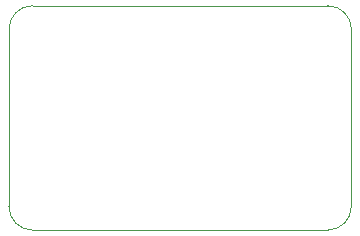
<source format=gbr>
%TF.GenerationSoftware,KiCad,Pcbnew,9.0.3*%
%TF.CreationDate,2025-09-20T16:11:44+08:00*%
%TF.ProjectId,Atari2600_2TransistorCompMod,41746172-6932-4363-9030-5f325472616e,rev?*%
%TF.SameCoordinates,Original*%
%TF.FileFunction,Profile,NP*%
%FSLAX46Y46*%
G04 Gerber Fmt 4.6, Leading zero omitted, Abs format (unit mm)*
G04 Created by KiCad (PCBNEW 9.0.3) date 2025-09-20 16:11:44*
%MOMM*%
%LPD*%
G01*
G04 APERTURE LIST*
%TA.AperFunction,Profile*%
%ADD10C,0.050000*%
%TD*%
G04 APERTURE END LIST*
D10*
X69000000Y-75000000D02*
G75*
G02*
X67000000Y-73000000I0J2000000D01*
G01*
X96000000Y-58000000D02*
X96000000Y-73000000D01*
X94000000Y-75000000D02*
X69000000Y-75000000D01*
X94000000Y-56000000D02*
G75*
G02*
X96000000Y-58000000I0J-2000000D01*
G01*
X69000000Y-56000000D02*
X94000000Y-56000000D01*
X67000000Y-58000000D02*
G75*
G02*
X69000000Y-56000000I2000000J0D01*
G01*
X96000000Y-73000000D02*
G75*
G02*
X94000000Y-75000000I-2000000J0D01*
G01*
X67000000Y-73000000D02*
X67000000Y-58000000D01*
M02*

</source>
